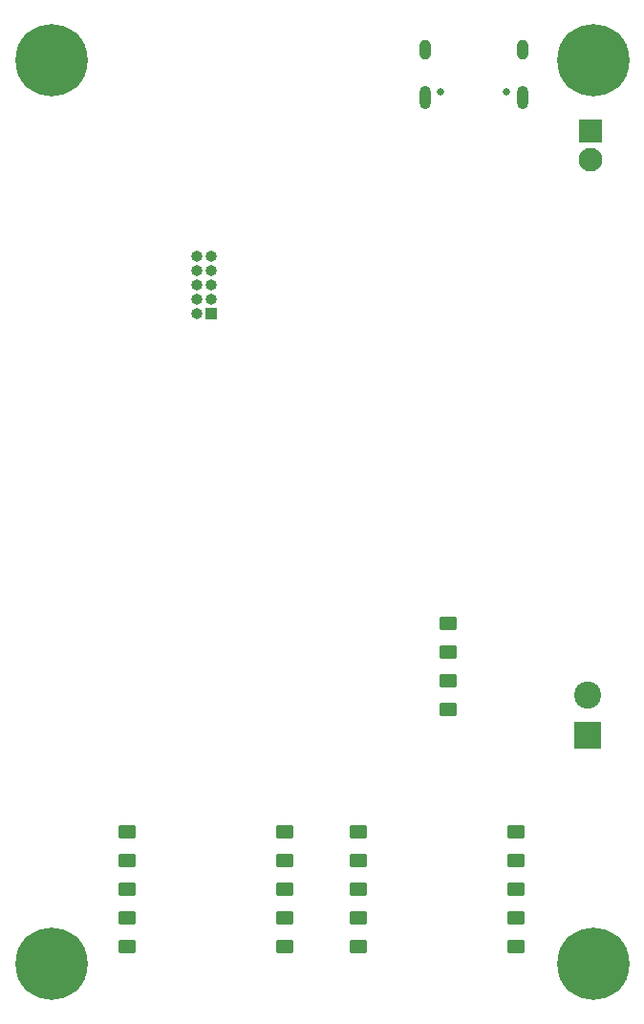
<source format=gbs>
%TF.GenerationSoftware,KiCad,Pcbnew,8.0.6-8.0.6-0~ubuntu22.04.1*%
%TF.CreationDate,2024-11-21T09:47:25+02:00*%
%TF.ProjectId,SAMD21_Dev_Board,53414d44-3231-45f4-9465-765f426f6172,rev?*%
%TF.SameCoordinates,Original*%
%TF.FileFunction,Soldermask,Bot*%
%TF.FilePolarity,Negative*%
%FSLAX46Y46*%
G04 Gerber Fmt 4.6, Leading zero omitted, Abs format (unit mm)*
G04 Created by KiCad (PCBNEW 8.0.6-8.0.6-0~ubuntu22.04.1) date 2024-11-21 09:47:25*
%MOMM*%
%LPD*%
G01*
G04 APERTURE LIST*
G04 Aperture macros list*
%AMRoundRect*
0 Rectangle with rounded corners*
0 $1 Rounding radius*
0 $2 $3 $4 $5 $6 $7 $8 $9 X,Y pos of 4 corners*
0 Add a 4 corners polygon primitive as box body*
4,1,4,$2,$3,$4,$5,$6,$7,$8,$9,$2,$3,0*
0 Add four circle primitives for the rounded corners*
1,1,$1+$1,$2,$3*
1,1,$1+$1,$4,$5*
1,1,$1+$1,$6,$7*
1,1,$1+$1,$8,$9*
0 Add four rect primitives between the rounded corners*
20,1,$1+$1,$2,$3,$4,$5,0*
20,1,$1+$1,$4,$5,$6,$7,0*
20,1,$1+$1,$6,$7,$8,$9,0*
20,1,$1+$1,$8,$9,$2,$3,0*%
G04 Aperture macros list end*
%ADD10C,6.400000*%
%ADD11R,2.100000X2.100000*%
%ADD12C,2.100000*%
%ADD13RoundRect,0.250000X0.550000X0.350000X-0.550000X0.350000X-0.550000X-0.350000X0.550000X-0.350000X0*%
%ADD14C,0.650000*%
%ADD15O,1.000000X2.100000*%
%ADD16O,1.000000X1.800000*%
%ADD17R,2.400000X2.400000*%
%ADD18C,2.400000*%
%ADD19R,1.000000X1.000000*%
%ADD20O,1.000000X1.000000*%
G04 APERTURE END LIST*
D10*
%TO.C,REF\u002A\u002A*%
X86000000Y-53500000D03*
%TD*%
%TO.C,REF\u002A\u002A*%
X134000000Y-53500000D03*
%TD*%
D11*
%TO.C,J17*%
X133750000Y-59800000D03*
D12*
X133750000Y-62340000D03*
%TD*%
D13*
%TO.C,J3*%
X121158000Y-110998000D03*
X121158000Y-108458000D03*
X121158000Y-105918000D03*
X121158000Y-103378000D03*
%TD*%
%TO.C,J5*%
X113215000Y-131980000D03*
X113215000Y-129440000D03*
X113215000Y-126900000D03*
X113215000Y-124360000D03*
X113215000Y-121820000D03*
%TD*%
D14*
%TO.C,J2*%
X126290000Y-56270000D03*
X120510000Y-56270000D03*
D15*
X127720000Y-56790000D03*
D16*
X127720000Y-52590000D03*
D15*
X119080000Y-56790000D03*
D16*
X119080000Y-52590000D03*
%TD*%
D17*
%TO.C,J18*%
X133504000Y-113256000D03*
D18*
X133504000Y-109756000D03*
%TD*%
D10*
%TO.C,REF\u002A\u002A*%
X134000000Y-133500000D03*
%TD*%
D19*
%TO.C,J1*%
X100193000Y-75956000D03*
D20*
X98923000Y-75956000D03*
X100193000Y-74686000D03*
X98923000Y-74686000D03*
X100193000Y-73416000D03*
X98923000Y-73416000D03*
X100193000Y-72146000D03*
X98923000Y-72146000D03*
X100193000Y-70876000D03*
X98923000Y-70876000D03*
%TD*%
D13*
%TO.C,J20*%
X92725000Y-131980000D03*
X92725000Y-129440000D03*
X92725000Y-126900000D03*
X92725000Y-124360000D03*
X92725000Y-121820000D03*
%TD*%
D10*
%TO.C,REF\u002A\u002A*%
X86000000Y-133500000D03*
%TD*%
D13*
%TO.C,J6*%
X127165000Y-131980000D03*
X127165000Y-129440000D03*
X127165000Y-126900000D03*
X127165000Y-124360000D03*
X127165000Y-121820000D03*
%TD*%
%TO.C,J4*%
X106675000Y-131980000D03*
X106675000Y-129440000D03*
X106675000Y-126900000D03*
X106675000Y-124360000D03*
X106675000Y-121820000D03*
%TD*%
M02*

</source>
